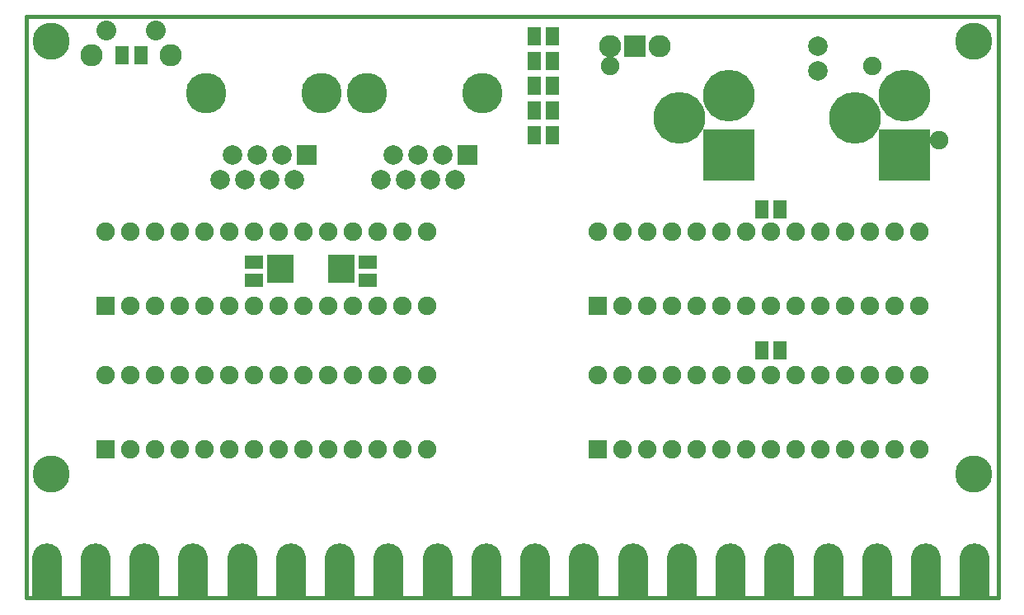
<source format=gbs>
G04 (created by PCBNEW-RS274X (2012-03-17 BZR 3466)-stable) date Mon 10 Dec 2012 10:26:00 PM EST*
G01*
G70*
G90*
%MOIN*%
G04 Gerber Fmt 3.4, Leading zero omitted, Abs format*
%FSLAX34Y34*%
G04 APERTURE LIST*
%ADD10C,0.006000*%
%ADD11C,0.015000*%
%ADD12C,0.079100*%
%ADD13C,0.080000*%
%ADD14C,0.090000*%
%ADD15C,0.075000*%
%ADD16R,0.075000X0.075000*%
%ADD17C,0.209000*%
%ADD18R,0.209000X0.209000*%
%ADD19C,0.163700*%
%ADD20R,0.079100X0.079100*%
%ADD21R,0.055000X0.075000*%
%ADD22R,0.106600X0.114500*%
%ADD23R,0.090000X0.090000*%
%ADD24R,0.075000X0.055000*%
%ADD25C,0.150000*%
%ADD26C,0.118400*%
%ADD27R,0.118400X0.180000*%
G04 APERTURE END LIST*
G54D10*
G54D11*
X00000Y-23500D02*
X39300Y-23500D01*
X00000Y00000D02*
X39300Y00000D01*
X00000Y-23500D02*
X00000Y00000D01*
X39300Y00000D02*
X39300Y-23500D01*
G54D12*
X32000Y-01200D03*
X32000Y-02200D03*
G54D13*
X03250Y-00550D03*
X05250Y-00550D03*
G54D14*
X02650Y-01550D03*
X05850Y-01550D03*
G54D15*
X04200Y-11700D03*
X05200Y-11700D03*
X06200Y-11700D03*
X07200Y-11700D03*
X08200Y-11700D03*
X09200Y-11700D03*
X10200Y-11700D03*
X11200Y-11700D03*
X12200Y-11700D03*
X13200Y-11700D03*
X14200Y-11700D03*
X15200Y-11700D03*
X16200Y-11700D03*
G54D16*
X03200Y-11700D03*
G54D15*
X16200Y-08700D03*
X15200Y-08700D03*
X14200Y-08700D03*
X13200Y-08700D03*
X12200Y-08700D03*
X11200Y-08700D03*
X10200Y-08700D03*
X09200Y-08700D03*
X08200Y-08700D03*
X07200Y-08700D03*
X06200Y-08700D03*
X05200Y-08700D03*
X04200Y-08700D03*
X03200Y-08700D03*
G54D17*
X28400Y-03200D03*
G54D18*
X28400Y-05600D03*
G54D17*
X26400Y-04100D03*
X35500Y-03200D03*
G54D18*
X35500Y-05600D03*
G54D17*
X33500Y-04100D03*
G54D19*
X13762Y-03100D03*
X18435Y-03100D03*
G54D20*
X17850Y-05600D03*
G54D12*
X17350Y-06600D03*
X16850Y-05600D03*
X16350Y-06600D03*
X15850Y-05600D03*
X15350Y-06600D03*
X14850Y-05600D03*
X14350Y-06600D03*
G54D19*
X07262Y-03100D03*
X11935Y-03100D03*
G54D20*
X11350Y-05600D03*
G54D12*
X10850Y-06600D03*
X10350Y-05600D03*
X09850Y-06600D03*
X09350Y-05600D03*
X08850Y-06600D03*
X08350Y-05600D03*
X07850Y-06600D03*
G54D21*
X20525Y-04800D03*
X21275Y-04800D03*
X20525Y-03800D03*
X21275Y-03800D03*
X20525Y-02800D03*
X21275Y-02800D03*
X20525Y-01800D03*
X21275Y-01800D03*
X30475Y-13500D03*
X29725Y-13500D03*
X30475Y-07800D03*
X29725Y-07800D03*
X20525Y-00799D03*
X21275Y-00799D03*
G54D22*
X10260Y-10200D03*
X12740Y-10200D03*
G54D14*
X25600Y-01200D03*
G54D23*
X24600Y-01200D03*
G54D14*
X23600Y-01200D03*
G54D24*
X13800Y-10675D03*
X13800Y-09925D03*
X09200Y-10675D03*
X09200Y-09925D03*
G54D21*
X03875Y-01550D03*
X04625Y-01550D03*
G54D15*
X34200Y-02000D03*
X36900Y-05000D03*
X23600Y-02000D03*
G54D25*
X38300Y-18500D03*
X01000Y-18500D03*
X38300Y-01000D03*
X01000Y-01000D03*
G54D15*
X24100Y-17500D03*
X25100Y-17500D03*
X26100Y-17500D03*
X27100Y-17500D03*
X28100Y-17500D03*
X29100Y-17500D03*
X30100Y-17500D03*
X31100Y-17500D03*
X32100Y-17500D03*
X33100Y-17500D03*
X34100Y-17500D03*
X35100Y-17500D03*
X36100Y-17500D03*
G54D16*
X23100Y-17500D03*
G54D15*
X36100Y-14500D03*
X35100Y-14500D03*
X34100Y-14500D03*
X33100Y-14500D03*
X32100Y-14500D03*
X31100Y-14500D03*
X30100Y-14500D03*
X29100Y-14500D03*
X28100Y-14500D03*
X27100Y-14500D03*
X26100Y-14500D03*
X25100Y-14500D03*
X24100Y-14500D03*
X23100Y-14500D03*
X24100Y-11700D03*
X25100Y-11700D03*
X26100Y-11700D03*
X27100Y-11700D03*
X28100Y-11700D03*
X29100Y-11700D03*
X30100Y-11700D03*
X31100Y-11700D03*
X32100Y-11700D03*
X33100Y-11700D03*
X34100Y-11700D03*
X35100Y-11700D03*
X36100Y-11700D03*
G54D16*
X23100Y-11700D03*
G54D15*
X36100Y-08700D03*
X35100Y-08700D03*
X34100Y-08700D03*
X33100Y-08700D03*
X32100Y-08700D03*
X31100Y-08700D03*
X30100Y-08700D03*
X29100Y-08700D03*
X28100Y-08700D03*
X27100Y-08700D03*
X26100Y-08700D03*
X25100Y-08700D03*
X24100Y-08700D03*
X23100Y-08700D03*
X04200Y-17500D03*
X05200Y-17500D03*
X06200Y-17500D03*
X07200Y-17500D03*
X08200Y-17500D03*
X09200Y-17500D03*
X10200Y-17500D03*
X11200Y-17500D03*
X12200Y-17500D03*
X13200Y-17500D03*
X14200Y-17500D03*
X15200Y-17500D03*
X16200Y-17500D03*
G54D16*
X03200Y-17500D03*
G54D15*
X16200Y-14500D03*
X15200Y-14500D03*
X14200Y-14500D03*
X13200Y-14500D03*
X12200Y-14500D03*
X11200Y-14500D03*
X10200Y-14500D03*
X09200Y-14500D03*
X08200Y-14500D03*
X07200Y-14500D03*
X06200Y-14500D03*
X05200Y-14500D03*
X04200Y-14500D03*
X03200Y-14500D03*
G54D26*
X38354Y-21900D03*
X34416Y-21900D03*
X32448Y-21900D03*
X36385Y-21900D03*
G54D27*
X32448Y-22700D03*
X34416Y-22700D03*
X36384Y-22700D03*
X38352Y-22700D03*
G54D26*
X30454Y-21900D03*
X26516Y-21900D03*
X24548Y-21900D03*
X28485Y-21900D03*
G54D27*
X24548Y-22700D03*
X26516Y-22700D03*
X28484Y-22700D03*
X30452Y-22700D03*
G54D26*
X22554Y-21900D03*
X18616Y-21900D03*
X16648Y-21900D03*
X20585Y-21900D03*
G54D27*
X16648Y-22700D03*
X18616Y-22700D03*
X20584Y-22700D03*
X22552Y-22700D03*
G54D26*
X14654Y-21900D03*
X10716Y-21900D03*
X08748Y-21900D03*
X12685Y-21900D03*
G54D27*
X08748Y-22700D03*
X10716Y-22700D03*
X12684Y-22700D03*
X14652Y-22700D03*
G54D26*
X06754Y-21900D03*
X02816Y-21900D03*
X00848Y-21900D03*
X04785Y-21900D03*
G54D27*
X00848Y-22700D03*
X02816Y-22700D03*
X04784Y-22700D03*
X06752Y-22700D03*
M02*

</source>
